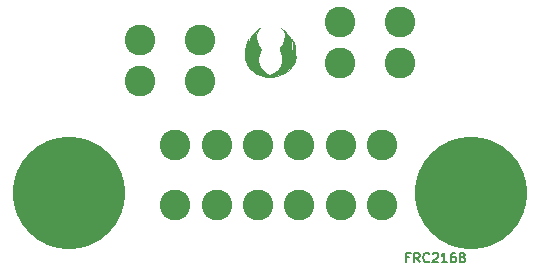
<source format=gbr>
G04 #@! TF.GenerationSoftware,KiCad,Pcbnew,(5.1.12)-1*
G04 #@! TF.CreationDate,2021-12-09T14:16:37-05:00*
G04 #@! TF.ProjectId,CANJunction,43414e4a-756e-4637-9469-6f6e2e6b6963,01*
G04 #@! TF.SameCoordinates,Original*
G04 #@! TF.FileFunction,Soldermask,Top*
G04 #@! TF.FilePolarity,Negative*
%FSLAX46Y46*%
G04 Gerber Fmt 4.6, Leading zero omitted, Abs format (unit mm)*
G04 Created by KiCad (PCBNEW (5.1.12)-1) date 2021-12-09 14:16:37*
%MOMM*%
%LPD*%
G01*
G04 APERTURE LIST*
%ADD10C,0.200000*%
%ADD11C,0.010000*%
%ADD12C,9.525000*%
%ADD13C,2.600000*%
G04 APERTURE END LIST*
D10*
X154790476Y-71442857D02*
X154523809Y-71442857D01*
X154523809Y-71861904D02*
X154523809Y-71061904D01*
X154904761Y-71061904D01*
X155666666Y-71861904D02*
X155400000Y-71480952D01*
X155209523Y-71861904D02*
X155209523Y-71061904D01*
X155514285Y-71061904D01*
X155590476Y-71100000D01*
X155628571Y-71138095D01*
X155666666Y-71214285D01*
X155666666Y-71328571D01*
X155628571Y-71404761D01*
X155590476Y-71442857D01*
X155514285Y-71480952D01*
X155209523Y-71480952D01*
X156466666Y-71785714D02*
X156428571Y-71823809D01*
X156314285Y-71861904D01*
X156238095Y-71861904D01*
X156123809Y-71823809D01*
X156047619Y-71747619D01*
X156009523Y-71671428D01*
X155971428Y-71519047D01*
X155971428Y-71404761D01*
X156009523Y-71252380D01*
X156047619Y-71176190D01*
X156123809Y-71100000D01*
X156238095Y-71061904D01*
X156314285Y-71061904D01*
X156428571Y-71100000D01*
X156466666Y-71138095D01*
X156771428Y-71138095D02*
X156809523Y-71100000D01*
X156885714Y-71061904D01*
X157076190Y-71061904D01*
X157152380Y-71100000D01*
X157190476Y-71138095D01*
X157228571Y-71214285D01*
X157228571Y-71290476D01*
X157190476Y-71404761D01*
X156733333Y-71861904D01*
X157228571Y-71861904D01*
X157990476Y-71861904D02*
X157533333Y-71861904D01*
X157761904Y-71861904D02*
X157761904Y-71061904D01*
X157685714Y-71176190D01*
X157609523Y-71252380D01*
X157533333Y-71290476D01*
X158676190Y-71061904D02*
X158523809Y-71061904D01*
X158447619Y-71100000D01*
X158409523Y-71138095D01*
X158333333Y-71252380D01*
X158295238Y-71404761D01*
X158295238Y-71709523D01*
X158333333Y-71785714D01*
X158371428Y-71823809D01*
X158447619Y-71861904D01*
X158600000Y-71861904D01*
X158676190Y-71823809D01*
X158714285Y-71785714D01*
X158752380Y-71709523D01*
X158752380Y-71519047D01*
X158714285Y-71442857D01*
X158676190Y-71404761D01*
X158600000Y-71366666D01*
X158447619Y-71366666D01*
X158371428Y-71404761D01*
X158333333Y-71442857D01*
X158295238Y-71519047D01*
X159209523Y-71404761D02*
X159133333Y-71366666D01*
X159095238Y-71328571D01*
X159057142Y-71252380D01*
X159057142Y-71214285D01*
X159095238Y-71138095D01*
X159133333Y-71100000D01*
X159209523Y-71061904D01*
X159361904Y-71061904D01*
X159438095Y-71100000D01*
X159476190Y-71138095D01*
X159514285Y-71214285D01*
X159514285Y-71252380D01*
X159476190Y-71328571D01*
X159438095Y-71366666D01*
X159361904Y-71404761D01*
X159209523Y-71404761D01*
X159133333Y-71442857D01*
X159095238Y-71480952D01*
X159057142Y-71557142D01*
X159057142Y-71709523D01*
X159095238Y-71785714D01*
X159133333Y-71823809D01*
X159209523Y-71861904D01*
X159361904Y-71861904D01*
X159438095Y-71823809D01*
X159476190Y-71785714D01*
X159514285Y-71709523D01*
X159514285Y-71557142D01*
X159476190Y-71480952D01*
X159438095Y-71442857D01*
X159361904Y-71404761D01*
D11*
G36*
X144037167Y-52071175D02*
G01*
X144274694Y-52257234D01*
X144489016Y-52504581D01*
X144662353Y-52790011D01*
X144750480Y-53002124D01*
X144795452Y-53203604D01*
X144816737Y-53446728D01*
X144814147Y-53698005D01*
X144787493Y-53923946D01*
X144756381Y-54043614D01*
X144716360Y-54177972D01*
X144713157Y-54238159D01*
X144741469Y-54221689D01*
X144795994Y-54126079D01*
X144820251Y-54073545D01*
X144928344Y-53758881D01*
X144960796Y-53470023D01*
X144927994Y-53230363D01*
X144898676Y-53103525D01*
X144884802Y-53014443D01*
X144886695Y-52988194D01*
X144911643Y-53014288D01*
X144960420Y-53099156D01*
X145020807Y-53220970D01*
X145073786Y-53343296D01*
X145108747Y-53455763D01*
X145129901Y-53582633D01*
X145141456Y-53748172D01*
X145147104Y-53949002D01*
X145152695Y-54143359D01*
X145160802Y-54306497D01*
X145170280Y-54419807D01*
X145178768Y-54463404D01*
X145183045Y-54535225D01*
X145153784Y-54660048D01*
X145099066Y-54817145D01*
X145026972Y-54985786D01*
X144945581Y-55145241D01*
X144862973Y-55274782D01*
X144861989Y-55276095D01*
X144632649Y-55536323D01*
X144366618Y-55746951D01*
X144040471Y-55926494D01*
X144037167Y-55928037D01*
X143603810Y-56091618D01*
X143183865Y-56172195D01*
X142778107Y-56169640D01*
X142671941Y-56154825D01*
X142441112Y-56098087D01*
X142177275Y-56005192D01*
X141915934Y-55889733D01*
X141755583Y-55803993D01*
X141551154Y-55656530D01*
X141344613Y-55460756D01*
X141161733Y-55244148D01*
X141028290Y-55034180D01*
X141022451Y-55022462D01*
X140972947Y-54913581D01*
X140939137Y-54812053D01*
X140917456Y-54696593D01*
X140904338Y-54545916D01*
X140896217Y-54338736D01*
X140894070Y-54256180D01*
X140901209Y-53856659D01*
X140945118Y-53524242D01*
X141027705Y-53248881D01*
X141119315Y-53068667D01*
X141184973Y-52962833D01*
X141155441Y-53068667D01*
X141114327Y-53305646D01*
X141111780Y-53559420D01*
X141144710Y-53804658D01*
X141210029Y-54016027D01*
X141287091Y-54148167D01*
X141355912Y-54232833D01*
X141327493Y-54148167D01*
X141259085Y-53854723D01*
X141235604Y-53539092D01*
X141259632Y-53250670D01*
X141346933Y-52931207D01*
X141489751Y-52647363D01*
X141699792Y-52377995D01*
X141799786Y-52274916D01*
X141922852Y-52160273D01*
X142026274Y-52074540D01*
X142101491Y-52022173D01*
X142139944Y-52007626D01*
X142133073Y-52035353D01*
X142072318Y-52109808D01*
X142029205Y-52155537D01*
X141889639Y-52357705D01*
X141817638Y-52598254D01*
X141812369Y-52865665D01*
X141873002Y-53148416D01*
X141998703Y-53434986D01*
X142137002Y-53647925D01*
X142201789Y-53737648D01*
X142228983Y-53803105D01*
X142219035Y-53873897D01*
X142172396Y-53979627D01*
X142142969Y-54039551D01*
X142069344Y-54257496D01*
X142031746Y-54518130D01*
X142031133Y-54788849D01*
X142068462Y-55037046D01*
X142109982Y-55162783D01*
X142233096Y-55389549D01*
X142393113Y-55597988D01*
X142575093Y-55774694D01*
X142764099Y-55906261D01*
X142945192Y-55979283D01*
X143031380Y-55989667D01*
X143196585Y-55952815D01*
X143379808Y-55850828D01*
X143566104Y-55696556D01*
X143740526Y-55502848D01*
X143888129Y-55282556D01*
X143917642Y-55227667D01*
X143981592Y-55088717D01*
X144017959Y-54961973D01*
X144033964Y-54812849D01*
X144036960Y-54656167D01*
X144031247Y-54457732D01*
X144008985Y-54306222D01*
X143962779Y-54164391D01*
X143920092Y-54067605D01*
X143858337Y-53931374D01*
X143830482Y-53846534D01*
X143833566Y-53788255D01*
X143864627Y-53731707D01*
X143877793Y-53712999D01*
X144088179Y-53379092D01*
X144220721Y-53074157D01*
X144275742Y-52794631D01*
X144253563Y-52536951D01*
X144154506Y-52297552D01*
X144021750Y-52118612D01*
X143910167Y-51994057D01*
X144037167Y-52071175D01*
G37*
X144037167Y-52071175D02*
X144274694Y-52257234D01*
X144489016Y-52504581D01*
X144662353Y-52790011D01*
X144750480Y-53002124D01*
X144795452Y-53203604D01*
X144816737Y-53446728D01*
X144814147Y-53698005D01*
X144787493Y-53923946D01*
X144756381Y-54043614D01*
X144716360Y-54177972D01*
X144713157Y-54238159D01*
X144741469Y-54221689D01*
X144795994Y-54126079D01*
X144820251Y-54073545D01*
X144928344Y-53758881D01*
X144960796Y-53470023D01*
X144927994Y-53230363D01*
X144898676Y-53103525D01*
X144884802Y-53014443D01*
X144886695Y-52988194D01*
X144911643Y-53014288D01*
X144960420Y-53099156D01*
X145020807Y-53220970D01*
X145073786Y-53343296D01*
X145108747Y-53455763D01*
X145129901Y-53582633D01*
X145141456Y-53748172D01*
X145147104Y-53949002D01*
X145152695Y-54143359D01*
X145160802Y-54306497D01*
X145170280Y-54419807D01*
X145178768Y-54463404D01*
X145183045Y-54535225D01*
X145153784Y-54660048D01*
X145099066Y-54817145D01*
X145026972Y-54985786D01*
X144945581Y-55145241D01*
X144862973Y-55274782D01*
X144861989Y-55276095D01*
X144632649Y-55536323D01*
X144366618Y-55746951D01*
X144040471Y-55926494D01*
X144037167Y-55928037D01*
X143603810Y-56091618D01*
X143183865Y-56172195D01*
X142778107Y-56169640D01*
X142671941Y-56154825D01*
X142441112Y-56098087D01*
X142177275Y-56005192D01*
X141915934Y-55889733D01*
X141755583Y-55803993D01*
X141551154Y-55656530D01*
X141344613Y-55460756D01*
X141161733Y-55244148D01*
X141028290Y-55034180D01*
X141022451Y-55022462D01*
X140972947Y-54913581D01*
X140939137Y-54812053D01*
X140917456Y-54696593D01*
X140904338Y-54545916D01*
X140896217Y-54338736D01*
X140894070Y-54256180D01*
X140901209Y-53856659D01*
X140945118Y-53524242D01*
X141027705Y-53248881D01*
X141119315Y-53068667D01*
X141184973Y-52962833D01*
X141155441Y-53068667D01*
X141114327Y-53305646D01*
X141111780Y-53559420D01*
X141144710Y-53804658D01*
X141210029Y-54016027D01*
X141287091Y-54148167D01*
X141355912Y-54232833D01*
X141327493Y-54148167D01*
X141259085Y-53854723D01*
X141235604Y-53539092D01*
X141259632Y-53250670D01*
X141346933Y-52931207D01*
X141489751Y-52647363D01*
X141699792Y-52377995D01*
X141799786Y-52274916D01*
X141922852Y-52160273D01*
X142026274Y-52074540D01*
X142101491Y-52022173D01*
X142139944Y-52007626D01*
X142133073Y-52035353D01*
X142072318Y-52109808D01*
X142029205Y-52155537D01*
X141889639Y-52357705D01*
X141817638Y-52598254D01*
X141812369Y-52865665D01*
X141873002Y-53148416D01*
X141998703Y-53434986D01*
X142137002Y-53647925D01*
X142201789Y-53737648D01*
X142228983Y-53803105D01*
X142219035Y-53873897D01*
X142172396Y-53979627D01*
X142142969Y-54039551D01*
X142069344Y-54257496D01*
X142031746Y-54518130D01*
X142031133Y-54788849D01*
X142068462Y-55037046D01*
X142109982Y-55162783D01*
X142233096Y-55389549D01*
X142393113Y-55597988D01*
X142575093Y-55774694D01*
X142764099Y-55906261D01*
X142945192Y-55979283D01*
X143031380Y-55989667D01*
X143196585Y-55952815D01*
X143379808Y-55850828D01*
X143566104Y-55696556D01*
X143740526Y-55502848D01*
X143888129Y-55282556D01*
X143917642Y-55227667D01*
X143981592Y-55088717D01*
X144017959Y-54961973D01*
X144033964Y-54812849D01*
X144036960Y-54656167D01*
X144031247Y-54457732D01*
X144008985Y-54306222D01*
X143962779Y-54164391D01*
X143920092Y-54067605D01*
X143858337Y-53931374D01*
X143830482Y-53846534D01*
X143833566Y-53788255D01*
X143864627Y-53731707D01*
X143877793Y-53712999D01*
X144088179Y-53379092D01*
X144220721Y-53074157D01*
X144275742Y-52794631D01*
X144253563Y-52536951D01*
X144154506Y-52297552D01*
X144021750Y-52118612D01*
X143910167Y-51994057D01*
X144037167Y-52071175D01*
D12*
X160000000Y-66000000D03*
X126000000Y-66000000D03*
D13*
X135000000Y-67000000D03*
X138500000Y-67000000D03*
X135000000Y-61900000D03*
X138500000Y-61900000D03*
X142000000Y-61900000D03*
X145500000Y-61900000D03*
X152500000Y-61900000D03*
X149000000Y-61900000D03*
X145500000Y-67000000D03*
X142000000Y-67000000D03*
X152500000Y-67000000D03*
X149000000Y-67000000D03*
X137100000Y-56500000D03*
X137100000Y-53000000D03*
X132000000Y-56500000D03*
X132000000Y-53000000D03*
X148900000Y-51500000D03*
X148900000Y-55000000D03*
X154000000Y-51500000D03*
X154000000Y-55000000D03*
M02*

</source>
